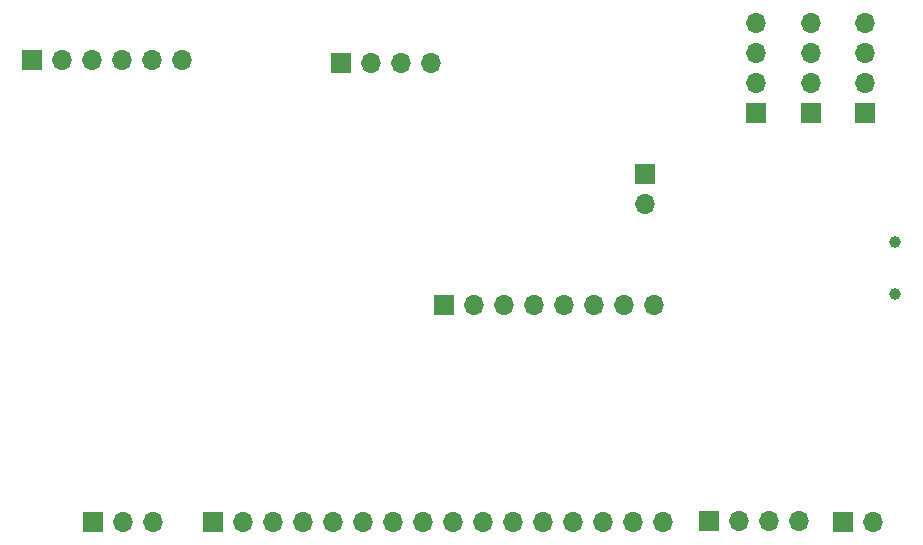
<source format=gbr>
%TF.GenerationSoftware,KiCad,Pcbnew,(6.0.2)*%
%TF.CreationDate,2022-06-23T10:32:30-05:00*%
%TF.ProjectId,ESP32_BUAP_DESARROLLO,45535033-325f-4425-9541-505f44455341,rev?*%
%TF.SameCoordinates,Original*%
%TF.FileFunction,Soldermask,Bot*%
%TF.FilePolarity,Negative*%
%FSLAX46Y46*%
G04 Gerber Fmt 4.6, Leading zero omitted, Abs format (unit mm)*
G04 Created by KiCad (PCBNEW (6.0.2)) date 2022-06-23 10:32:30*
%MOMM*%
%LPD*%
G01*
G04 APERTURE LIST*
%ADD10R,1.700000X1.700000*%
%ADD11O,1.700000X1.700000*%
%ADD12C,1.000000*%
G04 APERTURE END LIST*
D10*
%TO.C,J7*%
X37350000Y-66375000D03*
D11*
X39890000Y-66375000D03*
X42430000Y-66375000D03*
X44970000Y-66375000D03*
X47510000Y-66375000D03*
X50050000Y-66375000D03*
X52590000Y-66375000D03*
X55130000Y-66375000D03*
X57670000Y-66375000D03*
X60210000Y-66375000D03*
X62750000Y-66375000D03*
X65290000Y-66375000D03*
X67830000Y-66375000D03*
X70370000Y-66375000D03*
X72910000Y-66375000D03*
X75450000Y-66375000D03*
%TD*%
D10*
%TO.C,J2*%
X22025000Y-27275000D03*
D11*
X24565000Y-27275000D03*
X27105000Y-27275000D03*
X29645000Y-27275000D03*
X32185000Y-27275000D03*
X34725000Y-27275000D03*
%TD*%
D10*
%TO.C,J5*%
X92550000Y-31770000D03*
D11*
X92550000Y-29230000D03*
X92550000Y-26690000D03*
X92550000Y-24150000D03*
%TD*%
D10*
%TO.C,J4*%
X83350000Y-31770000D03*
D11*
X83350000Y-29230000D03*
X83350000Y-26690000D03*
X83350000Y-24150000D03*
%TD*%
D10*
%TO.C,J6*%
X87950000Y-31770000D03*
D11*
X87950000Y-29230000D03*
X87950000Y-26690000D03*
X87950000Y-24150000D03*
%TD*%
D10*
%TO.C,J9*%
X56925007Y-48000006D03*
D11*
X59465007Y-48000006D03*
X62005007Y-48000006D03*
X64545007Y-48000006D03*
X67085007Y-48000006D03*
X69625007Y-48000006D03*
X72165007Y-48000006D03*
X74705007Y-48000006D03*
%TD*%
D10*
%TO.C,J3*%
X48200000Y-27500000D03*
D11*
X50740000Y-27500000D03*
X53280000Y-27500000D03*
X55820000Y-27500000D03*
%TD*%
D10*
%TO.C,J11*%
X90650000Y-66400000D03*
D11*
X93190000Y-66400000D03*
%TD*%
D10*
%TO.C,J10*%
X27199996Y-66375001D03*
D11*
X29739996Y-66375001D03*
X32279996Y-66375001D03*
%TD*%
D10*
%TO.C,JP1*%
X73900000Y-36900000D03*
D11*
X73900000Y-39440000D03*
%TD*%
D10*
%TO.C,J8*%
X79300000Y-66350000D03*
D11*
X81840000Y-66350000D03*
X84380000Y-66350000D03*
X86920000Y-66350000D03*
%TD*%
D12*
%TO.C,J1*%
X95125007Y-47100012D03*
X95125007Y-42700012D03*
%TD*%
M02*

</source>
